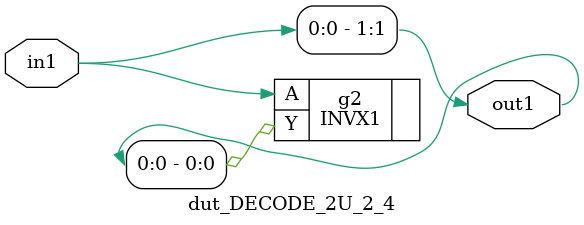
<source format=v>
`timescale 1ps / 1ps


module dut_DECODE_2U_2_4(in1, out1);
  input in1;
  output [1:0] out1;
  wire in1;
  wire [1:0] out1;
  assign out1[1] = in1;
  INVX1 g2(.A (in1), .Y (out1[0]));
endmodule



</source>
